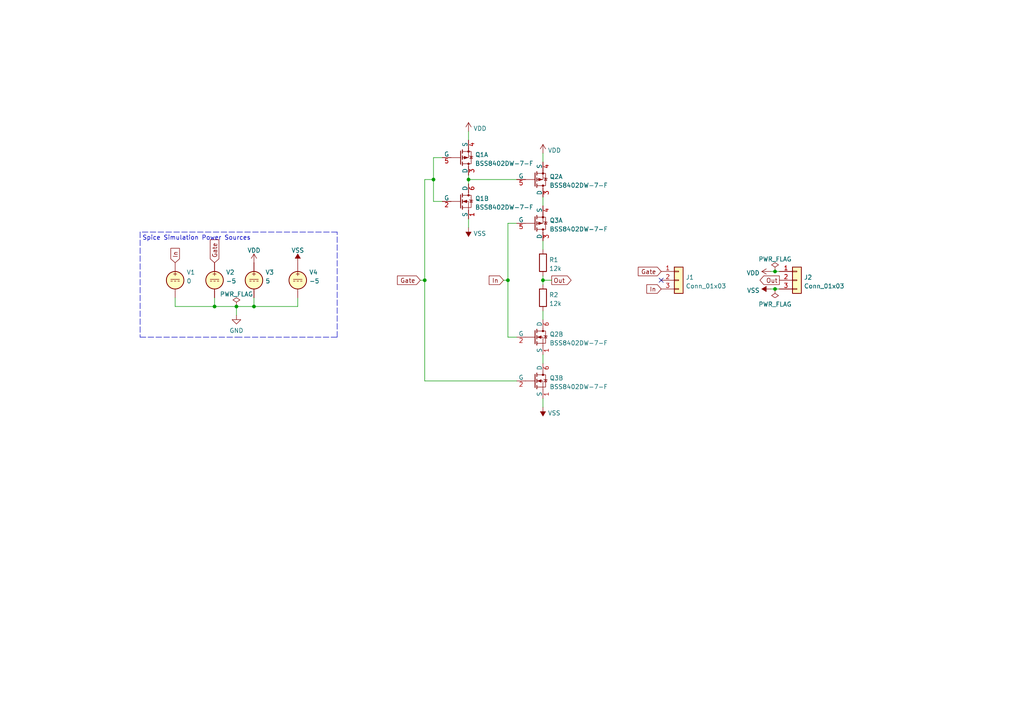
<source format=kicad_sch>
(kicad_sch (version 20211123) (generator eeschema)
  (paper "A4")
  (title_block (title "Balanced Ternary Not Quadstate Gate") (date "2022-08-05") (rev "0") (comment 1 "ASDasd"))
  (lib_symbols
    (symbol "Connector_Generic:Conn_01x03" (pin_names (offset 1.016) hide)
      (property "Reference" "J" (at 0 5.08 0))
      (property "Value" "Conn_01x03" (at 0 -5.08 0))
      (symbol "Conn_01x03_1_1"
        (rectangle (start -1.27 -2.413) (end 0 -2.667) (stroke (width 0.1524)))
        (rectangle (start -1.27 0.127) (end 0 -0.127) (stroke (width 0.1524)))
        (rectangle (start -1.27 2.667) (end 0 2.413) (stroke (width 0.1524)))
        (rectangle (start -1.27 3.81) (end 1.27 -3.81) (stroke (width 0.254)) (fill (type background)))
        (pin passive line (at -5.08 2.54 0) (length 3.81) (name "Pin_1") (number "1"))
        (pin passive line (at -5.08 0 0) (length 3.81) (name "Pin_2") (number "2"))
        (pin passive line (at -5.08 -2.54 0) (length 3.81) (name "Pin_3") (number "3"))
      )
    )
    (symbol "Device:R" (pin_numbers hide) (pin_names (offset 0))
      (property "Reference" "R" (at 2.032 0 90))
      (property "Value" "R" (at 0 0 90))
      (symbol "R_0_1"
        (rectangle (start -1.016 -2.54) (end 1.016 2.54) (stroke (width 0.254)))
      )
      (symbol "R_1_1"
        (pin passive line (at 0 3.81 270) (length 1.27) (name "~") (number "1"))
        (pin passive line (at 0 -3.81 90) (length 1.27) (name "~") (number "2"))
      )
    )
    (symbol "Simulation_SPICE:VDC" (pin_numbers hide) (pin_names (offset 0.0254))
      (property "Reference" "V" (at 2.54 2.54 0))
      (property "Value" "VDC" (at 2.54 0 0))
      (property "Spice_Model" "dc(1)" (at 2.54 -2.54 0))
      (symbol "VDC_0_0"
        (polyline (pts (xy -1.27 0.254) (xy 1.27 0.254)))
        (polyline (pts (xy -0.762 -0.254) (xy -1.27 -0.254)))
        (polyline (pts (xy 0.254 -0.254) (xy -0.254 -0.254)))
        (polyline (pts (xy 1.27 -0.254) (xy 0.762 -0.254)))
        (text "+" (at 0 1.905 0) (effects (font (size 1.27 1.27))))
      )
      (symbol "VDC_0_1"
        (circle (center 0 0) (radius 2.54) (stroke (width 0.254)) (fill (type background)))
      )
      (symbol "VDC_1_1"
        (pin passive line (at 0 5.08 270) (length 2.54) (name "~") (number "1"))
        (pin passive line (at 0 -5.08 90) (length 2.54) (name "~") (number "2"))
      )
    )
    (symbol "Tritium:BSS8402DW-7-F" (pin_names (offset 0))
      (property "Reference" "Q" (at 2.54 1.27 0))
      (property "Value" "BSS8402DW-7-F" (at 2.54 -1.27 0))
      (symbol "BSS8402DW-7-F_0_1"
        (polyline (pts (xy -2.286 -1.905) (xy -2.286 1.905)) (stroke (width 0.254)))
        (polyline (pts (xy -2.286 0) (xy -5.08 0)))
        (polyline (pts (xy -1.778 -2.286) (xy -1.778 -1.27)) (stroke (width 0.254)))
        (polyline (pts (xy -1.778 -0.508) (xy -1.778 0.508)) (stroke (width 0.254)))
        (polyline (pts (xy -1.778 1.27) (xy -1.778 2.286)) (stroke (width 0.254)))
        (polyline (pts (xy 0 2.54) (xy 0 1.778)))
        (polyline (pts (xy -1.778 -1.778) (xy 0.762 -1.778) (xy 0.762 1.778) (xy -1.778 1.778)))
        (polyline (pts (xy 0.254 0.508) (xy 0.381 0.381) (xy 1.143 0.381) (xy 1.27 0.254)))
        (polyline (pts (xy 0.762 0.381) (xy 0.381 -0.254) (xy 1.143 -0.254) (xy 0.762 0.381)))
        (circle (center 0 1.778) (radius 0.254) (fill (type outline)))
      )
      (symbol "BSS8402DW-7-F_1_1"
        (circle (center 0 -1.778) (radius 0.254) (fill (type outline)))
        (polyline (pts (xy 0 -2.54) (xy 0 -1.778)))
        (polyline (pts (xy 0 2.54) (xy 0 0) (xy -1.778 0)))
        (polyline (pts (xy -0.254 0) (xy -1.27 -0.381) (xy -1.27 0.381) (xy -0.254 0)) (fill (type outline)))
        (pin passive line (at 0 -5.08 90) (length 2.54) (name "D") (number "3"))
        (pin passive line (at 0 5.08 270) (length 2.54) (name "S") (number "4"))
        (pin input line (at -7.62 0 0) (length 2.54) (name "G") (number "5"))
      )
      (symbol "BSS8402DW-7-F_2_1"
        (polyline (pts (xy 0 -2.54) (xy 0 0) (xy -1.778 0)))
        (polyline (pts (xy -1.524 0) (xy -0.508 0.381) (xy -0.508 -0.381) (xy -1.524 0)) (fill (type outline)))
        (pin passive line (at 0 -5.08 90) (length 2.54) (name "S") (number "1"))
        (pin input line (at -7.62 0 0) (length 2.54) (name "G") (number "2"))
        (pin passive line (at 0 5.08 270) (length 2.54) (name "D") (number "6"))
      )
    )
    (symbol "power:GND" (power) (pin_names (offset 0))
      (property "Value" "GND" (at 0 -3.81 0))
      (symbol "GND_0_1"
        (polyline (pts (xy 0 0) (xy 0 -1.27) (xy 1.27 -1.27) (xy 0 -2.54) (xy -1.27 -1.27) (xy 0 -1.27)))
      )
      (symbol "GND_1_1"
        (pin power_in line (at 0 0 270) (length 0) hide (name "GND") (number "1"))
      )
    )
    (symbol "power:PWR_FLAG" (power) (pin_numbers hide) (pin_names (offset 0) hide)
      (property "Value" "PWR_FLAG" (at 0 3.81 0))
      (symbol "PWR_FLAG_0_0"
        (pin power_out line (at 0 0 90) (length 0) (name "pwr") (number "1"))
      )
      (symbol "PWR_FLAG_0_1"
        (polyline (pts (xy 0 0) (xy 0 1.27) (xy -1.016 1.905) (xy 0 2.54) (xy 1.016 1.905) (xy 0 1.27)))
      )
    )
    (symbol "power:VDD" (power) (pin_names (offset 0))
      (property "Value" "VDD" (at 0 3.81 0))
      (symbol "VDD_0_1"
        (polyline (pts (xy -0.762 1.27) (xy 0 2.54)))
        (polyline (pts (xy 0 0) (xy 0 2.54)))
        (polyline (pts (xy 0 2.54) (xy 0.762 1.27)))
      )
      (symbol "VDD_1_1"
        (pin power_in line (at 0 0 90) (length 0) hide (name "VDD") (number "1"))
      )
    )
    (symbol "power:VSS" (power) (pin_names (offset 0))
      (property "Value" "VSS" (at 0 3.81 0))
      (symbol "VSS_0_1"
        (polyline (pts (xy 0 0) (xy 0 2.54)))
        (polyline (pts (xy 0.762 1.27) (xy -0.762 1.27) (xy 0 2.54) (xy 0.762 1.27)) (fill (type outline)))
      )
      (symbol "VSS_1_1"
        (pin power_in line (at 0 0 90) (length 0) hide (name "VSS") (number "1"))
      )
    )
  )
  (junction (at 68.58 88.9))
  (junction (at 73.66 88.9))
  (junction (at 62.23 88.9))
  (junction (at 147.32 81.28))
  (junction (at 224.79 78.74))
  (junction (at 224.79 83.82))
  (junction (at 125.73 52.07))
  (junction (at 123.19 81.28))
  (junction (at 157.48 81.28))
  (junction (at 135.89 52.07))
  (no_connect (at 191.77 81.28))
  (wire (pts (xy 73.66 88.9) (xy 86.36 88.9)))
  (wire (pts (xy 224.79 83.82) (xy 226.06 83.82)))
  (wire (pts (xy 135.89 52.07) (xy 135.89 53.34)))
  (polyline (pts (xy 68.58 97.79) (xy 97.79 97.79)))
  (polyline (pts (xy 97.79 97.79) (xy 97.79 67.31)))
  (wire (pts (xy 128.27 45.72) (xy 125.73 45.72)))
  (wire (pts (xy 135.89 52.07) (xy 149.86 52.07)))
  (wire (pts (xy 157.48 69.85) (xy 157.48 72.39)))
  (wire (pts (xy 50.8 86.36) (xy 50.8 88.9)))
  (wire (pts (xy 157.48 102.87) (xy 157.48 105.41)))
  (wire (pts (xy 147.32 81.28) (xy 147.32 97.79)))
  (wire (pts (xy 157.48 57.15) (xy 157.48 59.69)))
  (wire (pts (xy 135.89 38.1) (xy 135.89 40.64)))
  (polyline (pts (xy 97.79 67.31) (xy 40.64 67.31)))
  (wire (pts (xy 135.89 50.8) (xy 135.89 52.07)))
  (wire (pts (xy 135.89 63.5) (xy 135.89 66.04)))
  (polyline (pts (xy 40.64 67.31) (xy 40.64 97.79)))
  (wire (pts (xy 125.73 52.07) (xy 123.19 52.07)))
  (wire (pts (xy 121.92 81.28) (xy 123.19 81.28)))
  (wire (pts (xy 50.8 88.9) (xy 62.23 88.9)))
  (wire (pts (xy 123.19 52.07) (xy 123.19 81.28)))
  (wire (pts (xy 68.58 88.9) (xy 68.58 91.44)))
  (wire (pts (xy 157.48 81.28) (xy 157.48 82.55)))
  (wire (pts (xy 224.79 78.74) (xy 226.06 78.74)))
  (wire (pts (xy 149.86 64.77) (xy 147.32 64.77)))
  (wire (pts (xy 125.73 52.07) (xy 125.73 58.42)))
  (wire (pts (xy 223.52 83.82) (xy 224.79 83.82)))
  (wire (pts (xy 125.73 58.42) (xy 128.27 58.42)))
  (polyline (pts (xy 40.64 97.79) (xy 68.58 97.79)))
  (wire (pts (xy 123.19 81.28) (xy 123.19 110.49)))
  (wire (pts (xy 123.19 110.49) (xy 149.86 110.49)))
  (wire (pts (xy 62.23 88.9) (xy 68.58 88.9)))
  (wire (pts (xy 157.48 81.28) (xy 160.02 81.28)))
  (wire (pts (xy 125.73 45.72) (xy 125.73 52.07)))
  (wire (pts (xy 86.36 88.9) (xy 86.36 86.36)))
  (wire (pts (xy 147.32 97.79) (xy 149.86 97.79)))
  (wire (pts (xy 147.32 64.77) (xy 147.32 81.28)))
  (wire (pts (xy 146.05 81.28) (xy 147.32 81.28)))
  (wire (pts (xy 68.58 88.9) (xy 73.66 88.9)))
  (wire (pts (xy 157.48 44.45) (xy 157.48 46.99)))
  (wire (pts (xy 73.66 86.36) (xy 73.66 88.9)))
  (wire (pts (xy 157.48 115.57) (xy 157.48 118.11)))
  (wire (pts (xy 157.48 80.01) (xy 157.48 81.28)))
  (wire (pts (xy 223.52 78.74) (xy 224.79 78.74)))
  (wire (pts (xy 157.48 90.17) (xy 157.48 92.71)))
  (wire (pts (xy 62.23 86.36) (xy 62.23 88.9)))
  (text "Spice Simulation Power Sources" (at 41.275 69.85 0) (effects (font (size 1.27 1.27)) (justify left bottom)))
  (global_label "In" (shape input) (at 146.05 81.28 180) (property "Intersheet References" "${INTERSHEET_REFS}" (effects hide)))
  (global_label "Gate" (shape input) (at 121.92 81.28 180) (property "Intersheet References" "${INTERSHEET_REFS}" (effects hide)))
  (global_label "In" (shape input) (at 191.77 83.82 180) (property "Intersheet References" "${INTERSHEET_REFS}" (effects hide)))
  (global_label "Out" (shape output) (at 160.02 81.28 0) (property "Intersheet References" "${INTERSHEET_REFS}" (effects hide)))
  (global_label "In" (shape input) (at 50.8 76.2 90) (property "Intersheet References" "${INTERSHEET_REFS}" (effects hide)))
  (global_label "Gate" (shape input) (at 191.77 78.74 180) (property "Intersheet References" "${INTERSHEET_REFS}" (effects hide)))
  (global_label "Gate" (shape input) (at 62.23 76.2 90) (property "Intersheet References" "${INTERSHEET_REFS}" (effects hide)))
  (global_label "Out" (shape output) (at 226.06 81.28 180) (property "Intersheet References" "${INTERSHEET_REFS}" (effects hide)))
  (symbol (lib_id "power:VDD") (at 73.66 76.2 0) (unit 1)
    (property "Reference" "#PWR02" (effects hide))
    (property "Value" "VDD" (at 73.66 72.6242 0))
  )
  (symbol (lib_id "power:VSS") (at 223.52 83.82 90) (unit 1)
    (property "Reference" "#PWR09" (effects hide))
    (property "Value" "VSS" (at 220.345 84.2538 90) (effects (justify left)))
  )
  (symbol (lib_id "power:VSS") (at 86.36 76.2 0) (unit 1)
    (property "Reference" "#PWR03" (effects hide))
    (property "Value" "VSS" (at 86.36 72.6242 0))
  )
  (symbol (lib_id "Tritium:BSS8402DW-7-F") (at 157.48 64.77 0) (unit 1)
    (property "Reference" "Q3" (at 159.385 63.9353 0) (effects (justify left)))
    (property "Value" "BSS8402DW-7-F" (at 159.385 66.4722 0) (effects (justify left)))
    (property "Footprint" "Package_TO_SOT_SMD:SOT-363_SC-70-6_Handsoldering" (effects hide))
    (property "Datasheet" "https://www.diodes.com/assets/Datasheets/ds30380.pdf" (effects hide))
    (property "Spice_Primitive" "X" (effects hide))
    (property "Spice_Model" "BSS8402DW" (effects hide))
    (property "Spice_Netlist_Enabled" "Y" (effects hide))
    (property "Spice_Lib_File" "/lab/dev/tritium/library/TritiumSpice.lib" (effects hide))
  )
  (symbol (lib_id "Connector_Generic:Conn_01x03") (at 196.85 81.28 0) (unit 1)
    (property "Reference" "J1" (at 198.882 80.4453 0) (effects (justify left)))
    (property "Value" "Conn_01x03" (at 198.882 82.9822 0) (effects (justify left)))
    (property "Footprint" "Tritium:PinHeader_1x03_P2.54mm_Vertical_NoSilkscreen" (effects hide))
    (property "Spice_Primitive" "J" (effects hide))
    (property "Spice_Model" "Conn_01x03" (effects hide))
    (property "Spice_Netlist_Enabled" "N" (effects hide))
  )
  (symbol (lib_id "Tritium:BSS8402DW-7-F") (at 135.89 45.72 0) (unit 1)
    (property "Reference" "Q1" (at 137.795 44.8853 0) (effects (justify left)))
    (property "Value" "BSS8402DW-7-F" (at 137.795 47.4222 0) (effects (justify left)))
    (property "Footprint" "Package_TO_SOT_SMD:SOT-363_SC-70-6_Handsoldering" (effects hide))
    (property "Datasheet" "https://www.diodes.com/assets/Datasheets/ds30380.pdf" (effects hide))
    (property "Spice_Primitive" "X" (effects hide))
    (property "Spice_Model" "BSS8402DW" (effects hide))
    (property "Spice_Netlist_Enabled" "Y" (effects hide))
    (property "Spice_Lib_File" "/lab/dev/tritium/library/TritiumSpice.lib" (effects hide))
  )
  (symbol (lib_id "power:VDD") (at 135.89 38.1 0) (unit 1)
    (property "Reference" "#PWR04" (effects hide))
    (property "Value" "VDD" (at 137.287 37.2638 0) (effects (justify left)))
  )
  (symbol (lib_id "Simulation_SPICE:VDC") (at 86.36 81.28 0) (unit 1)
    (property "Reference" "V4" (at 89.662 78.9871 0) (effects (justify left)))
    (property "Value" "VDC" (at 89.662 81.524 0) (effects (justify left)))
    (property "Spice_Netlist_Enabled" "Y" (effects hide))
    (property "Spice_Primitive" "V" (effects hide))
    (property "Spice_Model" "dc(-5)" (at 89.662 84.0609 0) (effects (justify left)))
  )
  (symbol (lib_id "power:PWR_FLAG") (at 68.58 88.9 0) (unit 1)
    (property "Reference" "#FLG01" (effects hide))
    (property "Value" "PWR_FLAG" (at 68.58 85.3242 0))
  )
  (symbol (lib_id "power:VDD") (at 157.48 44.45 0) (unit 1)
    (property "Reference" "#PWR06" (effects hide))
    (property "Value" "VDD" (at 158.877 43.6138 0) (effects (justify left)))
  )
  (symbol (lib_id "power:PWR_FLAG") (at 224.79 78.74 0) (unit 1)
    (property "Reference" "#FLG02" (effects hide))
    (property "Value" "PWR_FLAG" (at 224.79 75.1642 0))
  )
  (symbol (lib_id "Simulation_SPICE:VDC") (at 50.8 81.28 0) (unit 1)
    (property "Reference" "V1" (at 54.102 78.9871 0) (effects (justify left)))
    (property "Value" "VDC" (at 54.102 81.524 0) (effects (justify left)))
    (property "Spice_Netlist_Enabled" "Y" (effects hide))
    (property "Spice_Primitive" "V" (effects hide))
    (property "Spice_Model" "dc(0)" (at 54.102 84.0609 0) (effects (justify left)))
  )
  (symbol (lib_id "Tritium:BSS8402DW-7-F") (at 157.48 110.49 0) (unit 2)
    (property "Reference" "Q3" (at 159.385 109.6553 0) (effects (justify left)))
    (property "Value" "BSS8402DW-7-F" (at 159.385 112.1922 0) (effects (justify left)))
    (property "Footprint" "Package_TO_SOT_SMD:SOT-363_SC-70-6_Handsoldering" (effects hide))
    (property "Datasheet" "https://www.diodes.com/assets/Datasheets/ds30380.pdf" (effects hide))
    (property "Spice_Primitive" "X" (effects hide))
    (property "Spice_Model" "BSS8402DW" (effects hide))
    (property "Spice_Netlist_Enabled" "Y" (effects hide))
    (property "Spice_Lib_File" "/lab/dev/tritium/library/TritiumSpice.lib" (effects hide))
  )
  (symbol (lib_id "Simulation_SPICE:VDC") (at 62.23 81.28 0) (unit 1)
    (property "Reference" "V2" (at 65.532 78.9871 0) (effects (justify left)))
    (property "Value" "VDC" (at 65.532 81.524 0) (effects (justify left)))
    (property "Spice_Netlist_Enabled" "Y" (effects hide))
    (property "Spice_Primitive" "V" (effects hide))
    (property "Spice_Model" "dc(-5)" (at 65.532 84.0609 0) (effects (justify left)))
  )
  (symbol (lib_id "Tritium:BSS8402DW-7-F") (at 135.89 58.42 0) (unit 2)
    (property "Reference" "Q1" (at 137.795 57.5853 0) (effects (justify left)))
    (property "Value" "BSS8402DW-7-F" (at 137.795 60.1222 0) (effects (justify left)))
    (property "Footprint" "Package_TO_SOT_SMD:SOT-363_SC-70-6_Handsoldering" (effects hide))
    (property "Datasheet" "https://www.diodes.com/assets/Datasheets/ds30380.pdf" (effects hide))
    (property "Spice_Primitive" "X" (effects hide))
    (property "Spice_Model" "BSS8402DW" (effects hide))
    (property "Spice_Netlist_Enabled" "Y" (effects hide))
    (property "Spice_Lib_File" "/lab/dev/tritium/library/TritiumSpice.lib" (effects hide))
  )
  (symbol (lib_id "Device:R") (at 157.48 76.2 0) (unit 1)
    (property "Reference" "R1" (at 159.258 75.3653 0) (effects (justify left)))
    (property "Value" "12k" (at 159.258 77.9022 0) (effects (justify left)))
    (property "Footprint" "Resistor_SMD:R_0603_1608Metric_Pad0.98x0.95mm_HandSolder" (effects hide))
  )
  (symbol (lib_id "power:GND") (at 68.58 91.44 0) (unit 1)
    (property "Reference" "#PWR01" (effects hide))
    (property "Value" "GND" (at 68.58 95.8834 0))
  )
  (symbol (lib_id "Connector_Generic:Conn_01x03") (at 231.14 81.28 0) (unit 1)
    (property "Reference" "J2" (at 233.172 80.4453 0) (effects (justify left)))
    (property "Value" "Conn_01x03" (at 233.172 82.9822 0) (effects (justify left)))
    (property "Footprint" "Tritium:PinHeader_1x03_P2.54mm_Vertical_NoSilkscreen" (effects hide))
    (property "Spice_Primitive" "J" (effects hide))
    (property "Spice_Model" "Conn_01x03" (effects hide))
    (property "Spice_Netlist_Enabled" "N" (effects hide))
  )
  (symbol (lib_id "power:VDD") (at 223.52 78.74 90) (unit 1)
    (property "Reference" "#PWR08" (effects hide))
    (property "Value" "VDD" (at 220.345 79.1738 90) (effects (justify left)))
  )
  (symbol (lib_id "Simulation_SPICE:VDC") (at 73.66 81.28 0) (unit 1)
    (property "Reference" "V3" (at 76.962 78.9871 0) (effects (justify left)))
    (property "Value" "VDC" (at 76.962 81.524 0) (effects (justify left)))
    (property "Spice_Netlist_Enabled" "Y" (effects hide))
    (property "Spice_Primitive" "V" (effects hide))
    (property "Spice_Model" "dc(5)" (at 76.962 84.0609 0) (effects (justify left)))
  )
  (symbol (lib_id "Device:R") (at 157.48 86.36 0) (unit 1)
    (property "Reference" "R2" (at 159.258 85.5253 0) (effects (justify left)))
    (property "Value" "12k" (at 159.258 88.0622 0) (effects (justify left)))
    (property "Footprint" "Resistor_SMD:R_0603_1608Metric_Pad0.98x0.95mm_HandSolder" (effects hide))
  )
  (symbol (lib_id "Tritium:BSS8402DW-7-F") (at 157.48 97.79 0) (unit 2)
    (property "Reference" "Q2" (at 159.385 96.9553 0) (effects (justify left)))
    (property "Value" "BSS8402DW-7-F" (at 159.385 99.4922 0) (effects (justify left)))
    (property "Footprint" "Package_TO_SOT_SMD:SOT-363_SC-70-6_Handsoldering" (effects hide))
    (property "Datasheet" "https://www.diodes.com/assets/Datasheets/ds30380.pdf" (effects hide))
    (property "Spice_Primitive" "X" (effects hide))
    (property "Spice_Model" "BSS8402DW" (effects hide))
    (property "Spice_Netlist_Enabled" "Y" (effects hide))
    (property "Spice_Lib_File" "/lab/dev/tritium/library/TritiumSpice.lib" (effects hide))
  )
  (symbol (lib_id "Tritium:BSS8402DW-7-F") (at 157.48 52.07 0) (unit 1)
    (property "Reference" "Q2" (at 159.385 51.2353 0) (effects (justify left)))
    (property "Value" "BSS8402DW-7-F" (at 159.385 53.7722 0) (effects (justify left)))
    (property "Footprint" "Package_TO_SOT_SMD:SOT-363_SC-70-6_Handsoldering" (effects hide))
    (property "Datasheet" "https://www.diodes.com/assets/Datasheets/ds30380.pdf" (effects hide))
    (property "Spice_Primitive" "X" (effects hide))
    (property "Spice_Model" "BSS8402DW" (effects hide))
    (property "Spice_Netlist_Enabled" "Y" (effects hide))
    (property "Spice_Lib_File" "/lab/dev/tritium/library/TritiumSpice.lib" (effects hide))
  )
  (symbol (lib_id "power:VSS") (at 135.89 66.04 180) (unit 1)
    (property "Reference" "#PWR05" (effects hide))
    (property "Value" "VSS" (at 137.287 67.7438 0) (effects (justify right)))
  )
  (symbol (lib_id "power:PWR_FLAG") (at 224.79 83.82 180) (unit 1)
    (property "Reference" "#FLG03" (effects hide))
    (property "Value" "PWR_FLAG" (at 224.79 88.2634 0))
  )
  (symbol (lib_id "power:VSS") (at 157.48 118.11 180) (unit 1)
    (property "Reference" "#PWR07" (effects hide))
    (property "Value" "VSS" (at 158.877 119.8138 0) (effects (justify right)))
  )
)
</source>
